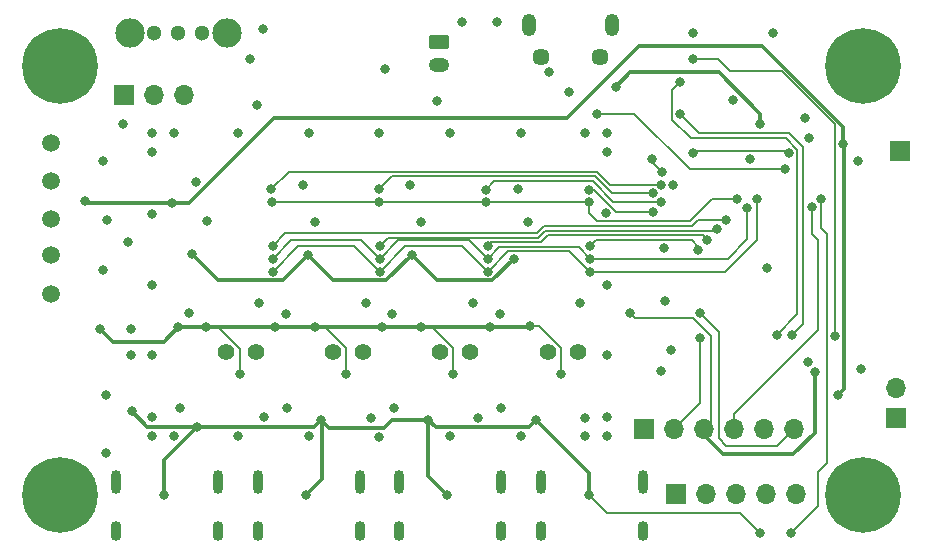
<source format=gbr>
%TF.GenerationSoftware,KiCad,Pcbnew,8.0.5*%
%TF.CreationDate,2025-03-11T21:14:57+01:00*%
%TF.ProjectId,Platine 4 Kanal Ferroelektret,506c6174-696e-4652-9034-204b616e616c,rev?*%
%TF.SameCoordinates,Original*%
%TF.FileFunction,Copper,L2,Inr*%
%TF.FilePolarity,Positive*%
%FSLAX46Y46*%
G04 Gerber Fmt 4.6, Leading zero omitted, Abs format (unit mm)*
G04 Created by KiCad (PCBNEW 8.0.5) date 2025-03-11 21:14:57*
%MOMM*%
%LPD*%
G01*
G04 APERTURE LIST*
G04 Aperture macros list*
%AMRoundRect*
0 Rectangle with rounded corners*
0 $1 Rounding radius*
0 $2 $3 $4 $5 $6 $7 $8 $9 X,Y pos of 4 corners*
0 Add a 4 corners polygon primitive as box body*
4,1,4,$2,$3,$4,$5,$6,$7,$8,$9,$2,$3,0*
0 Add four circle primitives for the rounded corners*
1,1,$1+$1,$2,$3*
1,1,$1+$1,$4,$5*
1,1,$1+$1,$6,$7*
1,1,$1+$1,$8,$9*
0 Add four rect primitives between the rounded corners*
20,1,$1+$1,$2,$3,$4,$5,0*
20,1,$1+$1,$4,$5,$6,$7,0*
20,1,$1+$1,$6,$7,$8,$9,0*
20,1,$1+$1,$8,$9,$2,$3,0*%
G04 Aperture macros list end*
%TA.AperFunction,ComponentPad*%
%ADD10R,1.700000X1.700000*%
%TD*%
%TA.AperFunction,ComponentPad*%
%ADD11O,1.700000X1.700000*%
%TD*%
%TA.AperFunction,ComponentPad*%
%ADD12O,1.200000X1.900000*%
%TD*%
%TA.AperFunction,ComponentPad*%
%ADD13C,1.450000*%
%TD*%
%TA.AperFunction,ComponentPad*%
%ADD14C,6.400000*%
%TD*%
%TA.AperFunction,ComponentPad*%
%ADD15C,1.400000*%
%TD*%
%TA.AperFunction,ComponentPad*%
%ADD16C,1.500000*%
%TD*%
%TA.AperFunction,ComponentPad*%
%ADD17O,0.900000X2.000000*%
%TD*%
%TA.AperFunction,ComponentPad*%
%ADD18O,0.900000X1.700000*%
%TD*%
%TA.AperFunction,ComponentPad*%
%ADD19RoundRect,0.250000X-0.625000X0.350000X-0.625000X-0.350000X0.625000X-0.350000X0.625000X0.350000X0*%
%TD*%
%TA.AperFunction,ComponentPad*%
%ADD20O,1.750000X1.200000*%
%TD*%
%TA.AperFunction,ComponentPad*%
%ADD21C,1.300000*%
%TD*%
%TA.AperFunction,ComponentPad*%
%ADD22C,2.483000*%
%TD*%
%TA.AperFunction,ViaPad*%
%ADD23C,0.800000*%
%TD*%
%TA.AperFunction,Conductor*%
%ADD24C,0.300000*%
%TD*%
%TA.AperFunction,Conductor*%
%ADD25C,0.160000*%
%TD*%
G04 APERTURE END LIST*
D10*
%TO.N,ESP TXD*%
%TO.C,J3*%
X170800000Y-109775000D03*
D11*
%TO.N,ESP RXD*%
X170800000Y-107235000D03*
%TD*%
D12*
%TO.N,Shield*%
%TO.C,J11*%
X146700000Y-76462500D03*
D13*
X145700000Y-79162500D03*
X140700000Y-79162500D03*
D12*
X139700000Y-76462500D03*
%TD*%
D14*
%TO.N,GND*%
%TO.C,H3*%
X168000000Y-80000000D03*
%TD*%
D15*
%TO.N,GND*%
%TO.C,TP6*%
X116600000Y-104162500D03*
%TO.N,/Ferro Amplifier 1/Vout*%
X114060000Y-104162500D03*
%TD*%
D14*
%TO.N,GND*%
%TO.C,H1*%
X100000000Y-116320000D03*
%TD*%
D16*
%TO.N,GND*%
%TO.C,TP5*%
X99200000Y-86500000D03*
%TD*%
%TO.N,VRef*%
%TO.C,TP4*%
X99200000Y-99300000D03*
%TD*%
%TO.N,+3.3VA*%
%TO.C,TP3*%
X99200000Y-96000000D03*
%TD*%
D17*
%TO.N,Shield*%
%TO.C,J7*%
X104725000Y-115142500D03*
X113375000Y-115142500D03*
D18*
X104725000Y-119312500D03*
X113375000Y-119312500D03*
%TD*%
D16*
%TO.N,VCC*%
%TO.C,TP1*%
X99200000Y-89700000D03*
%TD*%
D19*
%TO.N,BAT+*%
%TO.C,X1*%
X132100000Y-77900000D03*
D20*
%TO.N,GND*%
X132100000Y-79900000D03*
%TD*%
D10*
%TO.N,GND*%
%TO.C,J4*%
X149460000Y-110675000D03*
D11*
%TO.N,UART2 CTS*%
X152000000Y-110675000D03*
%TO.N,+3.3V*%
X154540000Y-110675000D03*
%TO.N,UART2 TXD*%
X157080000Y-110675000D03*
%TO.N,UART2 RXD*%
X159620000Y-110675000D03*
%TO.N,UART2 RTS*%
X162160000Y-110675000D03*
%TD*%
D15*
%TO.N,GND*%
%TO.C,TP9*%
X143850000Y-104162500D03*
%TO.N,/Ferro Amplifier 4/Vout*%
X141310000Y-104162500D03*
%TD*%
%TO.N,GND*%
%TO.C,TP8*%
X134750000Y-104162500D03*
%TO.N,/Ferro Amplifier 3/Vout*%
X132210000Y-104162500D03*
%TD*%
D10*
%TO.N,Shield*%
%TO.C,J5*%
X171100000Y-87200000D03*
%TD*%
D14*
%TO.N,GND*%
%TO.C,H4*%
X168000000Y-116320000D03*
%TD*%
D17*
%TO.N,Shield*%
%TO.C,J8*%
X116725000Y-115142500D03*
X125375000Y-115142500D03*
D18*
X116725000Y-119312500D03*
X125375000Y-119312500D03*
%TD*%
D17*
%TO.N,Shield*%
%TO.C,J9*%
X128725000Y-115142500D03*
X137375000Y-115142500D03*
D18*
X128725000Y-119312500D03*
X137375000Y-119312500D03*
%TD*%
D10*
%TO.N,GND*%
%TO.C,J1*%
X105420000Y-82400000D03*
D11*
%TO.N,+3.3V*%
X107960000Y-82400000D03*
%TO.N,VCC*%
X110500000Y-82400000D03*
%TD*%
D15*
%TO.N,GND*%
%TO.C,TP7*%
X125650000Y-104162500D03*
%TO.N,/Ferro Amplifier 2/Vout*%
X123110000Y-104162500D03*
%TD*%
D14*
%TO.N,GND*%
%TO.C,H2*%
X100000000Y-80000000D03*
%TD*%
D10*
%TO.N,GPIO38*%
%TO.C,J2*%
X152180000Y-116200000D03*
D11*
%TO.N,GPIO39*%
X154720000Y-116200000D03*
%TO.N,GPIO40*%
X157260000Y-116200000D03*
%TO.N,GPIO41*%
X159800000Y-116200000D03*
%TO.N,GPIO42*%
X162340000Y-116200000D03*
%TD*%
D16*
%TO.N,+3.3V*%
%TO.C,TP2*%
X99200000Y-92900000D03*
%TD*%
D17*
%TO.N,Shield*%
%TO.C,J10*%
X140725000Y-115142500D03*
X149375000Y-115142500D03*
D18*
X140725000Y-119312500D03*
X149375000Y-119312500D03*
%TD*%
D21*
%TO.N,Net-(D1-K)*%
%TO.C,S1*%
X112000000Y-77200000D03*
%TO.N,VCC*%
X110000000Y-77200000D03*
%TO.N,unconnected-(S1-Pad3)*%
X108000000Y-77200000D03*
D22*
%TO.N,N/C*%
X114100000Y-77200000D03*
X105900000Y-77200000D03*
%TD*%
D23*
%TO.N,GND*%
X105750000Y-94885661D03*
X138800000Y-90400000D03*
X129600000Y-90000000D03*
X120600000Y-90000000D03*
X111500000Y-89800000D03*
X106000000Y-104400000D03*
X103900000Y-107800000D03*
%TO.N,Shield*%
X107825000Y-98462500D03*
X133050000Y-85612500D03*
X146275000Y-111312500D03*
X127050000Y-111350000D03*
X139050000Y-111312500D03*
X115050000Y-111312500D03*
X146275000Y-98462500D03*
X127050000Y-85612500D03*
X121050000Y-85612500D03*
X133050000Y-111312500D03*
X146275000Y-85612500D03*
X121050000Y-111312500D03*
X146275000Y-109687500D03*
X107825000Y-109687500D03*
X107825000Y-92462500D03*
X139050000Y-85612500D03*
X107825000Y-87237500D03*
X109650000Y-111312500D03*
X144450000Y-111312500D03*
X107825000Y-111312500D03*
X146232502Y-92420000D03*
X107825000Y-85612500D03*
X146275000Y-87237500D03*
X146275000Y-104462500D03*
X115050000Y-85612500D03*
X109625000Y-85612500D03*
X144450000Y-85612500D03*
X107825000Y-104462500D03*
%TO.N,+3.3V*%
X166300000Y-86600000D03*
X165900000Y-107800000D03*
X163900000Y-105900000D03*
X102112500Y-91400000D03*
X109500000Y-91600000D03*
X148300000Y-100900000D03*
%TO.N,UART2 TXD*%
X163682719Y-91896788D03*
%TO.N,VBUS*%
X159300000Y-84900000D03*
X147100000Y-81700000D03*
%TO.N,VCC_STATE*%
X161400000Y-88700000D03*
X145500000Y-84000000D03*
%TO.N,BOOT*%
X153600000Y-87297500D03*
X161700000Y-87300000D03*
%TO.N,+3.3VA*%
X133300000Y-106000000D03*
X103400000Y-102200000D03*
X127300000Y-102100000D03*
X115200000Y-106000000D03*
X142400000Y-106000000D03*
X110000000Y-102100000D03*
X118200000Y-102100000D03*
X139800000Y-102000000D03*
X121600000Y-102100000D03*
X112400000Y-102100000D03*
X136400000Y-102100000D03*
X130600000Y-102100000D03*
X124200000Y-106000000D03*
%TO.N,DRDY 1*%
X156400000Y-93000000D03*
X118011250Y-95162500D03*
%TO.N,USBD-*%
X150950000Y-88950000D03*
X150124868Y-87813466D03*
%TO.N,UART2 CTS*%
X154200000Y-103000000D03*
%TO.N,VRef*%
X131200000Y-109900000D03*
X120800000Y-116300000D03*
X122100000Y-109900000D03*
X159300000Y-119500000D03*
X111600000Y-110500000D03*
X108800000Y-116300000D03*
X140300000Y-109900000D03*
X106100000Y-109200000D03*
X144800000Y-116300000D03*
X132800000Y-116300000D03*
%TO.N,UART2 RTS*%
X154200000Y-100900000D03*
%TO.N,SCK*%
X126990000Y-91462500D03*
X144800000Y-91462500D03*
X157300000Y-91200000D03*
X136100000Y-91462500D03*
X117911250Y-91462500D03*
%TO.N,MOSI*%
X136200000Y-97362500D03*
X144900000Y-97362500D03*
X118011250Y-97362500D03*
X127090000Y-97362500D03*
X159000000Y-91200000D03*
%TO.N,MISO*%
X118011250Y-96262500D03*
X144900000Y-96262500D03*
X127090000Y-96262500D03*
X136200000Y-96262500D03*
X158200000Y-92000000D03*
%TO.N,DRDY 2*%
X127090000Y-95162500D03*
X155600000Y-93800000D03*
%TO.N,DRDY 3*%
X136200000Y-95162500D03*
X154800000Y-94700000D03*
%TO.N,DRDY 4*%
X144900000Y-95162500D03*
X154000000Y-95582500D03*
%TO.N,ESP EN*%
X153600000Y-79375000D03*
X165600000Y-102800000D03*
%TO.N,CS 1*%
X150900000Y-90000000D03*
X117900000Y-90351250D03*
%TO.N,CS 2*%
X150192891Y-90707109D03*
X127000000Y-90380000D03*
%TO.N,Net-(U2-IO2)*%
X161900000Y-119500000D03*
X164400000Y-91200000D03*
%TO.N,CS 3*%
X136050000Y-90420000D03*
X150876239Y-91437905D03*
%TO.N,CS 4*%
X144750000Y-90420000D03*
X150200000Y-92300000D03*
%TO.N,GND*%
X119250000Y-108957500D03*
X106000000Y-102200000D03*
%TO.N,VRef*%
X121000000Y-96000000D03*
%TO.N,GND*%
X135350000Y-109757500D03*
X151900000Y-90000000D03*
X137350000Y-108957500D03*
X134950000Y-100057500D03*
X134000000Y-76200000D03*
X105300000Y-84900000D03*
X104000000Y-93000000D03*
X139650000Y-93157500D03*
X116850000Y-100000000D03*
X163100000Y-84400000D03*
X137000000Y-76200000D03*
X110960000Y-100900000D03*
X167600000Y-88000000D03*
X158400000Y-87800000D03*
X117200000Y-76800000D03*
X141400000Y-80500000D03*
X153600000Y-77200000D03*
%TO.N,VRef*%
X111150000Y-95900000D03*
%TO.N,GND*%
X117250000Y-109700000D03*
X130550000Y-93157500D03*
X143100000Y-82200000D03*
X151200000Y-99900000D03*
X163300000Y-105000000D03*
X144450000Y-109757500D03*
X137250000Y-100957500D03*
%TO.N,VRef*%
X129784340Y-95957500D03*
%TO.N,GND*%
X156950000Y-82850000D03*
X116100000Y-79400000D03*
X151167500Y-95400000D03*
X127500000Y-80200000D03*
X128250000Y-108957500D03*
X151700000Y-104000000D03*
X110150000Y-108900000D03*
X116700000Y-83300000D03*
X163400000Y-86100000D03*
X103600000Y-88000000D03*
X167800000Y-105600000D03*
X121550000Y-93157500D03*
X103600000Y-97200000D03*
X159850000Y-97050000D03*
X131900000Y-82900000D03*
X128150000Y-100957500D03*
X144050000Y-100057500D03*
X125950000Y-100057500D03*
X150900000Y-105800000D03*
X103900000Y-112700000D03*
X160400000Y-77200000D03*
%TO.N,VRef*%
X138438599Y-96272878D03*
%TO.N,GND*%
X112450000Y-93100000D03*
X126350000Y-109757500D03*
X119150000Y-100957500D03*
%TO.N,ESP TXD*%
X160700000Y-102700000D03*
X152500000Y-81300000D03*
%TO.N,ESP RXD*%
X152500000Y-84000000D03*
X162000000Y-102700000D03*
%TD*%
D24*
%TO.N,+3.3VA*%
X110000000Y-102100000D02*
X139700000Y-102100000D01*
X108800000Y-103300000D02*
X104500000Y-103300000D01*
X110000000Y-102100000D02*
X108800000Y-103300000D01*
X104500000Y-103300000D02*
X103400000Y-102200000D01*
%TO.N,VRef*%
X113362500Y-98112500D02*
X111150000Y-95900000D01*
X118887500Y-98112500D02*
X113362500Y-98112500D01*
X121000000Y-96000000D02*
X118887500Y-98112500D01*
X123112500Y-98112500D02*
X121000000Y-96000000D01*
X127629340Y-98112500D02*
X123112500Y-98112500D01*
X129784340Y-95957500D02*
X127629340Y-98112500D01*
X131939340Y-98112500D02*
X129784340Y-95957500D01*
X136598977Y-98112500D02*
X131939340Y-98112500D01*
X138438599Y-96272878D02*
X136598977Y-98112500D01*
D25*
%TO.N,MISO*%
X137162500Y-95300000D02*
X136200000Y-96262500D01*
X143937500Y-95300000D02*
X137162500Y-95300000D01*
X144900000Y-96262500D02*
X143937500Y-95300000D01*
%TO.N,MOSI*%
X143130378Y-95592878D02*
X144900000Y-97362500D01*
X136200000Y-97362500D02*
X137969622Y-95592878D01*
X137969622Y-95592878D02*
X143130378Y-95592878D01*
X134037500Y-95200000D02*
X136200000Y-97362500D01*
X129252500Y-95200000D02*
X134037500Y-95200000D01*
X127090000Y-97362500D02*
X129252500Y-95200000D01*
%TO.N,MISO*%
X134670000Y-94732500D02*
X128620000Y-94732500D01*
X128620000Y-94732500D02*
X127090000Y-96262500D01*
X136200000Y-96262500D02*
X134670000Y-94732500D01*
X119573750Y-94700000D02*
X118011250Y-96262500D01*
X125527500Y-94700000D02*
X119573750Y-94700000D01*
X127090000Y-96262500D02*
X125527500Y-94700000D01*
%TO.N,MOSI*%
X124927500Y-95200000D02*
X127090000Y-97362500D01*
X120173750Y-95200000D02*
X124927500Y-95200000D01*
X118011250Y-97362500D02*
X120173750Y-95200000D01*
D24*
%TO.N,+3.3V*%
X110900000Y-91600000D02*
X109500000Y-91600000D01*
X118100000Y-84400000D02*
X110900000Y-91600000D01*
X159452548Y-78300000D02*
X149000000Y-78300000D01*
X166300000Y-85147452D02*
X159452548Y-78300000D01*
X149000000Y-78300000D02*
X142900000Y-84400000D01*
X166300000Y-86600000D02*
X166300000Y-85147452D01*
X142900000Y-84400000D02*
X118100000Y-84400000D01*
%TO.N,VRef*%
X144800000Y-114400000D02*
X144800000Y-116300000D01*
X140300000Y-109900000D02*
X144800000Y-114400000D01*
X131200000Y-109900000D02*
X131200000Y-114700000D01*
X131200000Y-114700000D02*
X132800000Y-116300000D01*
X122200000Y-114900000D02*
X120800000Y-116300000D01*
X122200000Y-110000000D02*
X122200000Y-114900000D01*
X122100000Y-109900000D02*
X122200000Y-110000000D01*
X108800000Y-113300000D02*
X108800000Y-116300000D01*
X111600000Y-110500000D02*
X108800000Y-113300000D01*
X107400000Y-110500000D02*
X111600000Y-110500000D01*
X106100000Y-109200000D02*
X107400000Y-110500000D01*
%TO.N,+3.3V*%
X166350000Y-86650000D02*
X166350000Y-107350000D01*
X163900000Y-105900000D02*
X163900000Y-111000000D01*
X109500000Y-91600000D02*
X102312500Y-91600000D01*
D25*
X153600000Y-101300000D02*
X155100000Y-102800000D01*
X155100000Y-102800000D02*
X155100000Y-110115000D01*
D24*
X166350000Y-107350000D02*
X165900000Y-107800000D01*
X102312500Y-91600000D02*
X102112500Y-91400000D01*
X156100000Y-112800000D02*
X154540000Y-111240000D01*
D25*
X148700000Y-101300000D02*
X153600000Y-101300000D01*
X155100000Y-110115000D02*
X154540000Y-110675000D01*
D24*
X166300000Y-86600000D02*
X166350000Y-86650000D01*
D25*
X148300000Y-100900000D02*
X148700000Y-101300000D01*
D24*
X154540000Y-111240000D02*
X154540000Y-110675000D01*
X163900000Y-111000000D02*
X162100000Y-112800000D01*
X162100000Y-112800000D02*
X156100000Y-112800000D01*
D25*
%TO.N,UART2 TXD*%
X164200000Y-102300000D02*
X157080000Y-109420000D01*
X157080000Y-109420000D02*
X157080000Y-110675000D01*
X163682719Y-91896788D02*
X163682719Y-94182719D01*
X163682719Y-94182719D02*
X164200000Y-94700000D01*
X164200000Y-94700000D02*
X164200000Y-102300000D01*
D24*
%TO.N,VBUS*%
X159300000Y-84900000D02*
X159300000Y-84000000D01*
X148300000Y-80500000D02*
X147100000Y-81700000D01*
X155800000Y-80500000D02*
X148300000Y-80500000D01*
X159300000Y-84000000D02*
X155800000Y-80500000D01*
D25*
%TO.N,VCC_STATE*%
X145500000Y-84000000D02*
X148600000Y-84000000D01*
X153300000Y-88700000D02*
X161400000Y-88700000D01*
X148600000Y-84000000D02*
X153300000Y-88700000D01*
%TO.N,BOOT*%
X161700000Y-87300000D02*
X161520000Y-87120000D01*
X161520000Y-87120000D02*
X153777500Y-87120000D01*
X153777500Y-87120000D02*
X153600000Y-87297500D01*
%TO.N,+3.3VA*%
X131533430Y-102100000D02*
X130600000Y-102100000D01*
X124200000Y-103866570D02*
X122433430Y-102100000D01*
X133300000Y-103866570D02*
X131533430Y-102100000D01*
X142400000Y-106000000D02*
X142400000Y-103866570D01*
X124200000Y-106000000D02*
X124200000Y-103866570D01*
X122433430Y-102100000D02*
X121600000Y-102100000D01*
X133300000Y-106000000D02*
X133300000Y-103866570D01*
X139700000Y-102100000D02*
X139800000Y-102000000D01*
X115200000Y-106000000D02*
X115200000Y-103916570D01*
X115200000Y-103916570D02*
X113383430Y-102100000D01*
X113383430Y-102100000D02*
X112400000Y-102100000D01*
X140533430Y-102000000D02*
X139800000Y-102000000D01*
X142400000Y-103866570D02*
X140533430Y-102000000D01*
%TO.N,DRDY 1*%
X140354166Y-94100000D02*
X119073750Y-94100000D01*
X154000000Y-93000000D02*
X153500000Y-93500000D01*
X140954166Y-93500000D02*
X140354166Y-94100000D01*
X156400000Y-93000000D02*
X154000000Y-93000000D01*
X119073750Y-94100000D02*
X118011250Y-95162500D01*
X153500000Y-93500000D02*
X140954166Y-93500000D01*
%TO.N,USBD-*%
X150950000Y-88950000D02*
X150124868Y-88124868D01*
X150124868Y-88124868D02*
X150124868Y-87813466D01*
%TO.N,UART2 CTS*%
X154200000Y-108475000D02*
X152000000Y-110675000D01*
X154200000Y-103000000D02*
X154200000Y-108475000D01*
D24*
%TO.N,VRef*%
X139692500Y-110507500D02*
X140300000Y-109900000D01*
D25*
X146300000Y-117800000D02*
X144800000Y-116300000D01*
X159300000Y-119500000D02*
X157600000Y-117800000D01*
D24*
X131200000Y-109900000D02*
X131807500Y-110507500D01*
X128131839Y-109900000D02*
X131200000Y-109900000D01*
X127431839Y-110600000D02*
X128131839Y-109900000D01*
X121500000Y-110500000D02*
X122100000Y-109900000D01*
D25*
X157600000Y-117800000D02*
X146300000Y-117800000D01*
D24*
X111600000Y-110500000D02*
X121500000Y-110500000D01*
X122800000Y-110600000D02*
X127431839Y-110600000D01*
X131807500Y-110507500D02*
X139692500Y-110507500D01*
X122100000Y-109900000D02*
X122800000Y-110600000D01*
X132607500Y-116492500D02*
X132800000Y-116300000D01*
D25*
%TO.N,UART2 RTS*%
X160735000Y-112100000D02*
X162160000Y-110675000D01*
X155800000Y-111500000D02*
X156400000Y-112100000D01*
X156400000Y-112100000D02*
X160735000Y-112100000D01*
X154200000Y-100900000D02*
X155800000Y-102500000D01*
X155800000Y-102500000D02*
X155800000Y-111500000D01*
%TO.N,SCK*%
X144800000Y-91462500D02*
X136100000Y-91462500D01*
X144800000Y-92400000D02*
X144800000Y-91462500D01*
X157300000Y-91200000D02*
X155200000Y-91200000D01*
X153300000Y-93100000D02*
X145500000Y-93100000D01*
X126990000Y-91462500D02*
X117911250Y-91462500D01*
X126990000Y-91462500D02*
X136100000Y-91462500D01*
X155200000Y-91200000D02*
X153300000Y-93100000D01*
X145500000Y-93100000D02*
X144800000Y-92400000D01*
%TO.N,MOSI*%
X156337500Y-97362500D02*
X159000000Y-94700000D01*
X159000000Y-94700000D02*
X159000000Y-91200000D01*
X144900000Y-97362500D02*
X156337500Y-97362500D01*
%TO.N,MISO*%
X158200000Y-94600000D02*
X158200000Y-92000000D01*
X156537500Y-96262500D02*
X158200000Y-94600000D01*
X144900000Y-96262500D02*
X156537500Y-96262500D01*
%TO.N,DRDY 2*%
X136499166Y-94500000D02*
X136481666Y-94482500D01*
X155600000Y-93800000D02*
X155500000Y-93900000D01*
X141100000Y-93900000D02*
X140500000Y-94500000D01*
X136481666Y-94482500D02*
X127770000Y-94482500D01*
X155500000Y-93900000D02*
X141100000Y-93900000D01*
X140500000Y-94500000D02*
X136499166Y-94500000D01*
X127770000Y-94482500D02*
X127090000Y-95162500D01*
%TO.N,DRDY 3*%
X136200000Y-95162500D02*
X136462500Y-94900000D01*
X141300000Y-94300000D02*
X154400000Y-94300000D01*
X136462500Y-94900000D02*
X140700000Y-94900000D01*
X140700000Y-94900000D02*
X141300000Y-94300000D01*
X154400000Y-94300000D02*
X154800000Y-94700000D01*
%TO.N,DRDY 4*%
X153474375Y-94720000D02*
X154000000Y-95245625D01*
X154000000Y-95245625D02*
X154000000Y-95582500D01*
X145342500Y-94720000D02*
X153474375Y-94720000D01*
X144900000Y-95162500D02*
X145342500Y-94720000D01*
%TO.N,ESP EN*%
X165600000Y-102800000D02*
X165600000Y-84900000D01*
X156700000Y-80400000D02*
X155675000Y-79375000D01*
X155675000Y-79375000D02*
X153600000Y-79375000D01*
X165600000Y-84900000D02*
X161100000Y-80400000D01*
X161100000Y-80400000D02*
X156700000Y-80400000D01*
%TO.N,CS 1*%
X150900000Y-90000000D02*
X146600000Y-90000000D01*
X146600000Y-90000000D02*
X145500000Y-88900000D01*
X145500000Y-88900000D02*
X119351250Y-88900000D01*
X119351250Y-88900000D02*
X117900000Y-90351250D01*
%TO.N,CS 2*%
X145300000Y-89300000D02*
X128080000Y-89300000D01*
X128080000Y-89300000D02*
X127000000Y-90380000D01*
X146707109Y-90707109D02*
X145300000Y-89300000D01*
X150192891Y-90707109D02*
X146707109Y-90707109D01*
%TO.N,Net-(U2-IO2)*%
X164900000Y-94200000D02*
X164900000Y-113600000D01*
X164200000Y-117200000D02*
X161900000Y-119500000D01*
X164400000Y-91200000D02*
X164400000Y-93700000D01*
X164200000Y-114300000D02*
X164200000Y-117200000D01*
X164900000Y-113600000D02*
X164200000Y-114300000D01*
X164400000Y-93700000D02*
X164900000Y-94200000D01*
%TO.N,CS 3*%
X136770000Y-89700000D02*
X136050000Y-90420000D01*
X145100000Y-89700000D02*
X136770000Y-89700000D01*
X150876239Y-91437905D02*
X146837905Y-91437905D01*
X146837905Y-91437905D02*
X145100000Y-89700000D01*
%TO.N,CS 4*%
X150200000Y-92300000D02*
X147074166Y-92300000D01*
X147074166Y-92300000D02*
X145194166Y-90420000D01*
X145194166Y-90420000D02*
X144750000Y-90420000D01*
%TO.N,ESP TXD*%
X151800000Y-84500000D02*
X151800000Y-82000000D01*
X153400000Y-86100000D02*
X151800000Y-84500000D01*
X151800000Y-82000000D02*
X152500000Y-81300000D01*
X162400000Y-101000000D02*
X162400000Y-87038334D01*
X162400000Y-87038334D02*
X161461666Y-86100000D01*
X161461666Y-86100000D02*
X153400000Y-86100000D01*
X160700000Y-102700000D02*
X162400000Y-101000000D01*
%TO.N,ESP RXD*%
X154100000Y-85600000D02*
X152500000Y-84000000D01*
X162900000Y-86800000D02*
X161700000Y-85600000D01*
X162900000Y-101800000D02*
X162900000Y-86800000D01*
X161700000Y-85600000D02*
X154100000Y-85600000D01*
X162000000Y-102700000D02*
X162900000Y-101800000D01*
%TD*%
M02*

</source>
